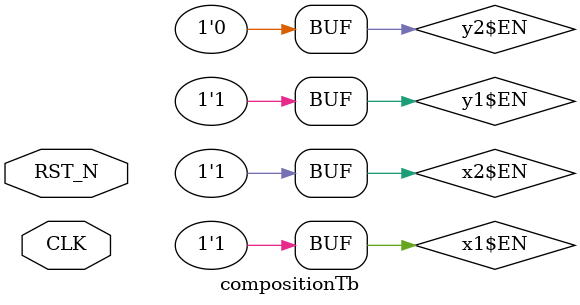
<source format=v>

`ifdef BSV_ASSIGNMENT_DELAY
`else
  `define BSV_ASSIGNMENT_DELAY
`endif

`ifdef BSV_POSITIVE_RESET
  `define BSV_RESET_VALUE 1'b1
  `define BSV_RESET_EDGE posedge
`else
  `define BSV_RESET_VALUE 1'b0
  `define BSV_RESET_EDGE negedge
`endif

module compositionTb(CLK,
		     RST_N);
  input  CLK;
  input  RST_N;

  // register x1
  reg [31 : 0] x1;
  wire [31 : 0] x1$D_IN;
  wire x1$EN;

  // register x2
  reg [31 : 0] x2;
  wire [31 : 0] x2$D_IN;
  wire x2$EN;

  // register y1
  reg [31 : 0] y1;
  wire [31 : 0] y1$D_IN;
  wire y1$EN;

  // register y2
  reg [31 : 0] y2;
  wire [31 : 0] y2$D_IN;
  wire y2$EN;

  // register x1
  assign x1$D_IN = y1 + 32'd1 ;
  assign x1$EN = 1'd1 ;

  // register x2
  assign x2$D_IN = y2 + 32'd1 ;
  assign x2$EN = 1'd1 ;

  // register y1
  assign y1$D_IN = x1 + 32'd1 ;
  assign y1$EN = 1'd1 ;

  // register y2
  assign y2$D_IN = x2 + 32'd1 ;
  assign y2$EN = 1'b0 ;

  // handling of inlined registers

  always@(posedge CLK)
  begin
    if (RST_N == `BSV_RESET_VALUE)
      begin
        x1 <= `BSV_ASSIGNMENT_DELAY 32'd10;
	x2 <= `BSV_ASSIGNMENT_DELAY 32'd10;
	y1 <= `BSV_ASSIGNMENT_DELAY 32'd100;
	y2 <= `BSV_ASSIGNMENT_DELAY 32'd100;
      end
    else
      begin
        if (x1$EN) x1 <= `BSV_ASSIGNMENT_DELAY x1$D_IN;
	if (x2$EN) x2 <= `BSV_ASSIGNMENT_DELAY x2$D_IN;
	if (y1$EN) y1 <= `BSV_ASSIGNMENT_DELAY y1$D_IN;
	if (y2$EN) y2 <= `BSV_ASSIGNMENT_DELAY y2$D_IN;
      end
  end

  // synopsys translate_off
  `ifdef BSV_NO_INITIAL_BLOCKS
  `else // not BSV_NO_INITIAL_BLOCKS
  initial
  begin
    x1 = 32'hAAAAAAAA;
    x2 = 32'hAAAAAAAA;
    y1 = 32'hAAAAAAAA;
    y2 = 32'hAAAAAAAA;
  end
  `endif // BSV_NO_INITIAL_BLOCKS
  // synopsys translate_on

  // handling of system tasks

  // synopsys translate_off
  always@(negedge CLK)
  begin
    #0;
    if (RST_N != `BSV_RESET_VALUE)
      $display("x1,y1 = %0d,%0d; x2,y2 = %0d,%0d;",
	       $signed(x1),
	       $signed(y1),
	       $signed(x2),
	       $signed(y2));
    if (RST_N != `BSV_RESET_VALUE)
      if ((x1 ^ 32'h80000000) >= 32'h80000069) $finish(32'd1);
    if (RST_N != `BSV_RESET_VALUE) $display("r1");
    if (RST_N != `BSV_RESET_VALUE) $display("r2a");
  end
  // synopsys translate_on
endmodule  // compositionTb


</source>
